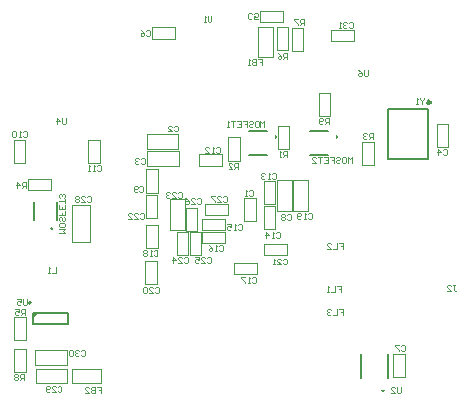
<source format=gbo>
G04*
G04 #@! TF.GenerationSoftware,Altium Limited,Altium Designer,19.1.1 (5)*
G04*
G04 Layer_Color=32896*
%FSLAX44Y44*%
%MOMM*%
G71*
G01*
G75*
%ADD10C,0.1524*%
%ADD14C,0.1000*%
%ADD23C,0.2000*%
%ADD25C,0.2540*%
%ADD73C,0.1200*%
D10*
X319192Y62721D02*
G03*
X320668Y62721I738J-189D01*
G01*
X280584Y276372D02*
G03*
X280584Y277848I189J738D01*
G01*
X38432Y199766D02*
G03*
X39908Y199766I738J-189D01*
G01*
X228814Y276322D02*
G03*
X228814Y277798I189J738D01*
G01*
X323950Y73509D02*
Y93151D01*
X300910Y73509D02*
Y93151D01*
X358217Y258948D02*
Y300698D01*
X324273Y258948D02*
X358217D01*
X324273D02*
Y300698D01*
X358217D01*
X258207Y262331D02*
X273193D01*
X258207Y281889D02*
X273193D01*
X24391Y207157D02*
Y222143D01*
X43949Y207157D02*
Y222143D01*
X206437Y262281D02*
X221423D01*
X206437Y281839D02*
X221423D01*
D14*
X44228Y65535D02*
X45061Y66368D01*
X46727D01*
X47560Y65535D01*
Y62203D01*
X46727Y61370D01*
X45061D01*
X44228Y62203D01*
X39229Y61370D02*
X42562D01*
X39229Y64702D01*
Y65535D01*
X40062Y66368D01*
X41729D01*
X42562Y65535D01*
X37563Y62203D02*
X36730Y61370D01*
X35064D01*
X34231Y62203D01*
Y65535D01*
X35064Y66368D01*
X36730D01*
X37563Y65535D01*
Y64702D01*
X36730Y63869D01*
X34231D01*
X17970Y140208D02*
Y136043D01*
X17137Y135210D01*
X15471D01*
X14638Y136043D01*
Y140208D01*
X9639D02*
X12972D01*
Y137709D01*
X11306Y138542D01*
X10472D01*
X9639Y137709D01*
Y136043D01*
X10472Y135210D01*
X12139D01*
X12972Y136043D01*
X42580Y167178D02*
Y162180D01*
X39248D01*
X37582D02*
X35916D01*
X36749D01*
Y167178D01*
X37582Y166345D01*
X51220Y293108D02*
Y288943D01*
X50387Y288110D01*
X48721D01*
X47888Y288943D01*
Y293108D01*
X43722Y288110D02*
Y293108D01*
X46222Y290609D01*
X42889D01*
X114838Y258275D02*
X115671Y259108D01*
X117337D01*
X118170Y258275D01*
Y254943D01*
X117337Y254110D01*
X115671D01*
X114838Y254943D01*
X113172Y258275D02*
X112339Y259108D01*
X110672D01*
X109839Y258275D01*
Y257442D01*
X110672Y256609D01*
X111505D01*
X110672D01*
X109839Y255776D01*
Y254943D01*
X110672Y254110D01*
X112339D01*
X113172Y254943D01*
X113608Y235045D02*
X114441Y235878D01*
X116107D01*
X116940Y235045D01*
Y231713D01*
X116107Y230880D01*
X114441D01*
X113608Y231713D01*
X111942D02*
X111109Y230880D01*
X109443D01*
X108609Y231713D01*
Y235045D01*
X109443Y235878D01*
X111109D01*
X111942Y235045D01*
Y234212D01*
X111109Y233379D01*
X108609D01*
X114018Y212225D02*
X114851Y213058D01*
X116517D01*
X117350Y212225D01*
Y208893D01*
X116517Y208060D01*
X114851D01*
X114018Y208893D01*
X109019Y208060D02*
X112352D01*
X109019Y211392D01*
Y212225D01*
X109853Y213058D01*
X111519D01*
X112352Y212225D01*
X104021Y208060D02*
X107353D01*
X104021Y211392D01*
Y212225D01*
X104854Y213058D01*
X106520D01*
X107353Y212225D01*
X125528Y180575D02*
X126361Y181408D01*
X128027D01*
X128860Y180575D01*
Y177243D01*
X128027Y176410D01*
X126361D01*
X125528Y177243D01*
X123862Y176410D02*
X122196D01*
X123029D01*
Y181408D01*
X123862Y180575D01*
X119696D02*
X118863Y181408D01*
X117197D01*
X116364Y180575D01*
Y179742D01*
X117197Y178909D01*
X116364Y178076D01*
Y177243D01*
X117197Y176410D01*
X118863D01*
X119696Y177243D01*
Y178076D01*
X118863Y178909D01*
X119696Y179742D01*
Y180575D01*
X118863Y178909D02*
X117197D01*
X126768Y149525D02*
X127601Y150358D01*
X129267D01*
X130100Y149525D01*
Y146193D01*
X129267Y145360D01*
X127601D01*
X126768Y146193D01*
X121769Y145360D02*
X125102D01*
X121769Y148692D01*
Y149525D01*
X122602Y150358D01*
X124269D01*
X125102Y149525D01*
X120103D02*
X119270Y150358D01*
X117604D01*
X116771Y149525D01*
Y146193D01*
X117604Y145360D01*
X119270D01*
X120103Y146193D01*
Y149525D01*
X196868Y202365D02*
X197701Y203198D01*
X199367D01*
X200200Y202365D01*
Y199033D01*
X199367Y198200D01*
X197701D01*
X196868Y199033D01*
X195202Y198200D02*
X193535D01*
X194369D01*
Y203198D01*
X195202Y202365D01*
X187704Y203198D02*
X191036D01*
Y200699D01*
X189370Y201532D01*
X188537D01*
X187704Y200699D01*
Y199033D01*
X188537Y198200D01*
X190203D01*
X191036Y199033D01*
X162118Y224355D02*
X162951Y225188D01*
X164617D01*
X165450Y224355D01*
Y221023D01*
X164617Y220190D01*
X162951D01*
X162118Y221023D01*
X157119Y220190D02*
X160452D01*
X157119Y223522D01*
Y224355D01*
X157952Y225188D01*
X159619D01*
X160452Y224355D01*
X152121Y225188D02*
X153787Y224355D01*
X155453Y222689D01*
Y221023D01*
X154620Y220190D01*
X152954D01*
X152121Y221023D01*
Y221856D01*
X152954Y222689D01*
X155453D01*
X146088Y230115D02*
X146921Y230948D01*
X148587D01*
X149420Y230115D01*
Y226783D01*
X148587Y225950D01*
X146921D01*
X146088Y226783D01*
X141089Y225950D02*
X144422D01*
X141089Y229282D01*
Y230115D01*
X141922Y230948D01*
X143589D01*
X144422Y230115D01*
X139423D02*
X138590Y230948D01*
X136924D01*
X136091Y230115D01*
Y229282D01*
X136924Y228449D01*
X137757D01*
X136924D01*
X136091Y227616D01*
Y226783D01*
X136924Y225950D01*
X138590D01*
X139423Y226783D01*
X151228Y174405D02*
X152061Y175238D01*
X153727D01*
X154560Y174405D01*
Y171073D01*
X153727Y170240D01*
X152061D01*
X151228Y171073D01*
X146229Y170240D02*
X149562D01*
X146229Y173572D01*
Y174405D01*
X147062Y175238D01*
X148729D01*
X149562Y174405D01*
X142064Y170240D02*
Y175238D01*
X144563Y172739D01*
X141231D01*
X170548Y174405D02*
X171381Y175238D01*
X173047D01*
X173880Y174405D01*
Y171073D01*
X173047Y170240D01*
X171381D01*
X170548Y171073D01*
X165549Y170240D02*
X168882D01*
X165549Y173572D01*
Y174405D01*
X166382Y175238D01*
X168049D01*
X168882Y174405D01*
X160551Y175238D02*
X163883D01*
Y172739D01*
X162217Y173572D01*
X161384D01*
X160551Y172739D01*
Y171073D01*
X161384Y170240D01*
X163050D01*
X163883Y171073D01*
X181238Y184885D02*
X182071Y185718D01*
X183737D01*
X184570Y184885D01*
Y181553D01*
X183737Y180720D01*
X182071D01*
X181238Y181553D01*
X179572Y180720D02*
X177906D01*
X178739D01*
Y185718D01*
X179572Y184885D01*
X172074Y185718D02*
X173740Y184885D01*
X175406Y183219D01*
Y181553D01*
X174573Y180720D01*
X172907D01*
X172074Y181553D01*
Y182386D01*
X172907Y183219D01*
X175406D01*
X184528Y226615D02*
X185361Y227448D01*
X187027D01*
X187860Y226615D01*
Y223283D01*
X187027Y222450D01*
X185361D01*
X184528Y223283D01*
X179529Y222450D02*
X182862D01*
X179529Y225782D01*
Y226615D01*
X180362Y227448D01*
X182029D01*
X182862Y226615D01*
X177863Y227448D02*
X174531D01*
Y226615D01*
X177863Y223283D01*
Y222450D01*
X178158Y268145D02*
X178991Y268978D01*
X180657D01*
X181490Y268145D01*
Y264813D01*
X180657Y263980D01*
X178991D01*
X178158Y264813D01*
X176492Y263980D02*
X174825D01*
X175659D01*
Y268978D01*
X176492Y268145D01*
X168994Y263980D02*
X172326D01*
X168994Y267312D01*
Y268145D01*
X169827Y268978D01*
X171493D01*
X172326Y268145D01*
X142798Y286035D02*
X143631Y286868D01*
X145297D01*
X146130Y286035D01*
Y282703D01*
X145297Y281870D01*
X143631D01*
X142798Y282703D01*
X137799Y281870D02*
X141132D01*
X137799Y285202D01*
Y286035D01*
X138632Y286868D01*
X140299D01*
X141132Y286035D01*
X334818Y99975D02*
X335651Y100808D01*
X337317D01*
X338150Y99975D01*
Y96643D01*
X337317Y95810D01*
X335651D01*
X334818Y96643D01*
X333152Y100808D02*
X329819D01*
Y99975D01*
X333152Y96643D01*
Y95810D01*
X335210Y65748D02*
Y61583D01*
X334377Y60750D01*
X332711D01*
X331878Y61583D01*
Y65748D01*
X326879Y60750D02*
X330212D01*
X326879Y64082D01*
Y64915D01*
X327713Y65748D01*
X329379D01*
X330212Y64915D01*
X282518Y187768D02*
X285850D01*
Y185269D01*
X284184D01*
X285850D01*
Y182770D01*
X280852Y187768D02*
Y182770D01*
X277519D01*
X272521D02*
X275853D01*
X272521Y186102D01*
Y186935D01*
X273354Y187768D01*
X275020D01*
X275853Y186935D01*
X208678Y157555D02*
X209511Y158388D01*
X211177D01*
X212010Y157555D01*
Y154223D01*
X211177Y153390D01*
X209511D01*
X208678Y154223D01*
X207012Y153390D02*
X205345D01*
X206179D01*
Y158388D01*
X207012Y157555D01*
X202846Y158388D02*
X199514D01*
Y157555D01*
X202846Y154223D01*
Y153390D01*
X206518Y231595D02*
X207351Y232428D01*
X209017D01*
X209850Y231595D01*
Y228263D01*
X209017Y227430D01*
X207351D01*
X206518Y228263D01*
X204852Y227430D02*
X203186D01*
X204019D01*
Y232428D01*
X204852Y231595D01*
X235318Y173415D02*
X236151Y174248D01*
X237817D01*
X238650Y173415D01*
Y170083D01*
X237817Y169250D01*
X236151D01*
X235318Y170083D01*
X230319Y169250D02*
X233652D01*
X230319Y172582D01*
Y173415D01*
X231152Y174248D01*
X232819D01*
X233652Y173415D01*
X228653Y169250D02*
X226987D01*
X227820D01*
Y174248D01*
X228653Y173415D01*
X225718Y246085D02*
X226551Y246918D01*
X228217D01*
X229050Y246085D01*
Y242753D01*
X228217Y241920D01*
X226551D01*
X225718Y242753D01*
X224052Y241920D02*
X222386D01*
X223219D01*
Y246918D01*
X224052Y246085D01*
X219886D02*
X219053Y246918D01*
X217387D01*
X216554Y246085D01*
Y245252D01*
X217387Y244419D01*
X218220D01*
X217387D01*
X216554Y243586D01*
Y242753D01*
X217387Y241920D01*
X219053D01*
X219886Y242753D01*
X238838Y211225D02*
X239671Y212058D01*
X241337D01*
X242170Y211225D01*
Y207893D01*
X241337Y207060D01*
X239671D01*
X238838Y207893D01*
X237172Y211225D02*
X236339Y212058D01*
X234673D01*
X233839Y211225D01*
Y210392D01*
X234673Y209559D01*
X233839Y208726D01*
Y207893D01*
X234673Y207060D01*
X236339D01*
X237172Y207893D01*
Y208726D01*
X236339Y209559D01*
X237172Y210392D01*
Y211225D01*
X236339Y209559D02*
X234673D01*
X256468Y211805D02*
X257301Y212638D01*
X258967D01*
X259800Y211805D01*
Y208473D01*
X258967Y207640D01*
X257301D01*
X256468Y208473D01*
X254802Y207640D02*
X253136D01*
X253969D01*
Y212638D01*
X254802Y211805D01*
X250636Y208473D02*
X249803Y207640D01*
X248137D01*
X247304Y208473D01*
Y211805D01*
X248137Y212638D01*
X249803D01*
X250636Y211805D01*
Y210972D01*
X249803Y210139D01*
X247304D01*
X197320Y250340D02*
Y255338D01*
X194821D01*
X193988Y254505D01*
Y252839D01*
X194821Y252006D01*
X197320D01*
X195654D02*
X193988Y250340D01*
X188989D02*
X192322D01*
X188989Y253672D01*
Y254505D01*
X189823Y255338D01*
X191489D01*
X192322Y254505D01*
X174550Y379258D02*
Y375093D01*
X173717Y374260D01*
X172051D01*
X171218Y375093D01*
Y379258D01*
X169552Y374260D02*
X167885D01*
X168719D01*
Y379258D01*
X169552Y378425D01*
X252690Y371850D02*
Y376848D01*
X250191D01*
X249358Y376015D01*
Y374349D01*
X250191Y373516D01*
X252690D01*
X251024D02*
X249358Y371850D01*
X247692Y376848D02*
X244359D01*
Y376015D01*
X247692Y372683D01*
Y371850D01*
X311530Y275300D02*
Y280298D01*
X309031D01*
X308198Y279465D01*
Y277799D01*
X309031Y276966D01*
X311530D01*
X309864D02*
X308198Y275300D01*
X306532Y279465D02*
X305699Y280298D01*
X304032D01*
X303199Y279465D01*
Y278632D01*
X304032Y277799D01*
X304865D01*
X304032D01*
X303199Y276966D01*
Y276133D01*
X304032Y275300D01*
X305699D01*
X306532Y276133D01*
X354520Y310168D02*
Y309335D01*
X352854Y307669D01*
X351188Y309335D01*
Y310168D01*
X352854Y307669D02*
Y305170D01*
X349522D02*
X347855D01*
X348689D01*
Y310168D01*
X349522Y309335D01*
X370798Y266345D02*
X371631Y267178D01*
X373297D01*
X374130Y266345D01*
Y263013D01*
X373297Y262180D01*
X371631D01*
X370798Y263013D01*
X366632Y262180D02*
Y267178D01*
X369132Y264679D01*
X365799D01*
X379078Y151928D02*
X380744D01*
X379911D01*
Y147763D01*
X380744Y146930D01*
X381577D01*
X382410Y147763D01*
X374079Y146930D02*
X377412D01*
X374079Y150262D01*
Y151095D01*
X374912Y151928D01*
X376579D01*
X377412Y151095D01*
X307000Y333858D02*
Y329693D01*
X306167Y328860D01*
X304501D01*
X303668Y329693D01*
Y333858D01*
X298669D02*
X300336Y333025D01*
X302002Y331359D01*
Y329693D01*
X301169Y328860D01*
X299502D01*
X298669Y329693D01*
Y330526D01*
X299502Y331359D01*
X302002D01*
X274290Y288140D02*
Y293138D01*
X271791D01*
X270958Y292305D01*
Y290639D01*
X271791Y289806D01*
X274290D01*
X272624D02*
X270958Y288140D01*
X269292Y288973D02*
X268459Y288140D01*
X266793D01*
X265959Y288973D01*
Y292305D01*
X266793Y293138D01*
X268459D01*
X269292Y292305D01*
Y291472D01*
X268459Y290639D01*
X265959D01*
X15610Y71850D02*
Y76848D01*
X13111D01*
X12278Y76015D01*
Y74349D01*
X13111Y73516D01*
X15610D01*
X13944D02*
X12278Y71850D01*
X10612Y76015D02*
X9779Y76848D01*
X8112D01*
X7279Y76015D01*
Y75182D01*
X8112Y74349D01*
X7279Y73516D01*
Y72683D01*
X8112Y71850D01*
X9779D01*
X10612Y72683D01*
Y73516D01*
X9779Y74349D01*
X10612Y75182D01*
Y76015D01*
X9779Y74349D02*
X8112D01*
X238820Y343490D02*
Y348488D01*
X236321D01*
X235488Y347655D01*
Y345989D01*
X236321Y345156D01*
X238820D01*
X237154D02*
X235488Y343490D01*
X230489Y348488D02*
X232155Y347655D01*
X233822Y345989D01*
Y344323D01*
X232989Y343490D01*
X231322D01*
X230489Y344323D01*
Y345156D01*
X231322Y345989D01*
X233822D01*
X16400Y126830D02*
Y131828D01*
X13901D01*
X13068Y130995D01*
Y129329D01*
X13901Y128496D01*
X16400D01*
X14734D02*
X13068Y126830D01*
X8069Y131828D02*
X11402D01*
Y129329D01*
X9736Y130162D01*
X8902D01*
X8069Y129329D01*
Y127663D01*
X8902Y126830D01*
X10569D01*
X11402Y127663D01*
X17300Y234360D02*
Y239358D01*
X14801D01*
X13968Y238525D01*
Y236859D01*
X14801Y236026D01*
X17300D01*
X15634D02*
X13968Y234360D01*
X9802D02*
Y239358D01*
X12302Y236859D01*
X8969D01*
X238840Y260330D02*
Y265328D01*
X236341D01*
X235508Y264495D01*
Y262829D01*
X236341Y261996D01*
X238840D01*
X237174D02*
X235508Y260330D01*
X233842D02*
X232176D01*
X233009D01*
Y265328D01*
X233842Y264495D01*
X45720Y195950D02*
X50718D01*
X49052Y197616D01*
X50718Y199282D01*
X45720D01*
X50718Y203447D02*
Y201781D01*
X49885Y200948D01*
X46553D01*
X45720Y201781D01*
Y203447D01*
X46553Y204281D01*
X49885D01*
X50718Y203447D01*
X49885Y209279D02*
X50718Y208446D01*
Y206780D01*
X49885Y205947D01*
X49052D01*
X48219Y206780D01*
Y208446D01*
X47386Y209279D01*
X46553D01*
X45720Y208446D01*
Y206780D01*
X46553Y205947D01*
X50718Y214277D02*
Y210945D01*
X48219D01*
Y212611D01*
Y210945D01*
X45720D01*
X50718Y219276D02*
Y215944D01*
X45720D01*
Y219276D01*
X48219Y215944D02*
Y217610D01*
X50718Y220942D02*
Y224274D01*
Y222608D01*
X45720D01*
X49885Y225940D02*
X50718Y226773D01*
Y228439D01*
X49885Y229272D01*
X49052D01*
X48219Y228439D01*
Y227606D01*
Y228439D01*
X47386Y229272D01*
X46553D01*
X45720Y228439D01*
Y226773D01*
X46553Y225940D01*
X293290Y255040D02*
Y260038D01*
X291624Y258372D01*
X289958Y260038D01*
Y255040D01*
X285792Y260038D02*
X287459D01*
X288292Y259205D01*
Y255873D01*
X287459Y255040D01*
X285792D01*
X284959Y255873D01*
Y259205D01*
X285792Y260038D01*
X279961Y259205D02*
X280794Y260038D01*
X282460D01*
X283293Y259205D01*
Y258372D01*
X282460Y257539D01*
X280794D01*
X279961Y256706D01*
Y255873D01*
X280794Y255040D01*
X282460D01*
X283293Y255873D01*
X274963Y260038D02*
X278295D01*
Y257539D01*
X276629D01*
X278295D01*
Y255040D01*
X269964Y260038D02*
X273297D01*
Y255040D01*
X269964D01*
X273297Y257539D02*
X271630D01*
X268298Y260038D02*
X264966D01*
X266632D01*
Y255040D01*
X259968D02*
X263300D01*
X259968Y258372D01*
Y259205D01*
X260801Y260038D01*
X262467D01*
X263300Y259205D01*
X219391Y285690D02*
Y290688D01*
X217725Y289022D01*
X216059Y290688D01*
Y285690D01*
X211893Y290688D02*
X213559D01*
X214393Y289855D01*
Y286523D01*
X213559Y285690D01*
X211893D01*
X211060Y286523D01*
Y289855D01*
X211893Y290688D01*
X206062Y289855D02*
X206895Y290688D01*
X208561D01*
X209394Y289855D01*
Y289022D01*
X208561Y288189D01*
X206895D01*
X206062Y287356D01*
Y286523D01*
X206895Y285690D01*
X208561D01*
X209394Y286523D01*
X201064Y290688D02*
X204396D01*
Y288189D01*
X202730D01*
X204396D01*
Y285690D01*
X196065Y290688D02*
X199398D01*
Y285690D01*
X196065D01*
X199398Y288189D02*
X197731D01*
X194399Y290688D02*
X191067D01*
X192733D01*
Y285690D01*
X189401D02*
X187735D01*
X188568D01*
Y290688D01*
X189401Y289855D01*
X282518Y131558D02*
X285850D01*
Y129059D01*
X284184D01*
X285850D01*
Y126560D01*
X280852Y131558D02*
Y126560D01*
X277519D01*
X275853Y130725D02*
X275020Y131558D01*
X273354D01*
X272521Y130725D01*
Y129892D01*
X273354Y129059D01*
X274187D01*
X273354D01*
X272521Y128226D01*
Y127393D01*
X273354Y126560D01*
X275020D01*
X275853Y127393D01*
X280948Y150948D02*
X284280D01*
Y148449D01*
X282614D01*
X284280D01*
Y145950D01*
X279282Y150948D02*
Y145950D01*
X275949D01*
X274283D02*
X272617D01*
X273450D01*
Y150948D01*
X274283Y150115D01*
X77478Y65588D02*
X80810D01*
Y63089D01*
X79144D01*
X80810D01*
Y60590D01*
X75812Y65588D02*
Y60590D01*
X73313D01*
X72479Y61423D01*
Y62256D01*
X73313Y63089D01*
X75812D01*
X73313D01*
X72479Y63922D01*
Y64755D01*
X73313Y65588D01*
X75812D01*
X67481Y60590D02*
X70813D01*
X67481Y63922D01*
Y64755D01*
X68314Y65588D01*
X69980D01*
X70813Y64755D01*
X214208Y343358D02*
X217540D01*
Y340859D01*
X215874D01*
X217540D01*
Y338360D01*
X212542Y343358D02*
Y338360D01*
X210042D01*
X209209Y339193D01*
Y340026D01*
X210042Y340859D01*
X212542D01*
X210042D01*
X209209Y341692D01*
Y342525D01*
X210042Y343358D01*
X212542D01*
X207543Y338360D02*
X205877D01*
X206710D01*
Y343358D01*
X207543Y342525D01*
X290998Y373755D02*
X291831Y374588D01*
X293497D01*
X294330Y373755D01*
Y370423D01*
X293497Y369590D01*
X291831D01*
X290998Y370423D01*
X289332Y373755D02*
X288499Y374588D01*
X286832D01*
X285999Y373755D01*
Y372922D01*
X286832Y372089D01*
X287666D01*
X286832D01*
X285999Y371256D01*
Y370423D01*
X286832Y369590D01*
X288499D01*
X289332Y370423D01*
X284333Y369590D02*
X282667D01*
X283500D01*
Y374588D01*
X284333Y373755D01*
X64118Y95645D02*
X64951Y96478D01*
X66617D01*
X67450Y95645D01*
Y92313D01*
X66617Y91480D01*
X64951D01*
X64118Y92313D01*
X62452Y95645D02*
X61619Y96478D01*
X59953D01*
X59119Y95645D01*
Y94812D01*
X59953Y93979D01*
X60785D01*
X59953D01*
X59119Y93146D01*
Y92313D01*
X59953Y91480D01*
X61619D01*
X62452Y92313D01*
X57453Y95645D02*
X56620Y96478D01*
X54954D01*
X54121Y95645D01*
Y92313D01*
X54954Y91480D01*
X56620D01*
X57453Y92313D01*
Y95645D01*
X68838Y226035D02*
X69671Y226868D01*
X71337D01*
X72170Y226035D01*
Y222703D01*
X71337Y221870D01*
X69671D01*
X68838Y222703D01*
X63839Y221870D02*
X67172D01*
X63839Y225202D01*
Y226035D01*
X64672Y226868D01*
X66339D01*
X67172Y226035D01*
X62173D02*
X61340Y226868D01*
X59674D01*
X58841Y226035D01*
Y225202D01*
X59674Y224369D01*
X58841Y223536D01*
Y222703D01*
X59674Y221870D01*
X61340D01*
X62173Y222703D01*
Y223536D01*
X61340Y224369D01*
X62173Y225202D01*
Y226035D01*
X61340Y224369D02*
X59674D01*
X229068Y195885D02*
X229901Y196718D01*
X231567D01*
X232400Y195885D01*
Y192553D01*
X231567Y191719D01*
X229901D01*
X229068Y192553D01*
X227402Y191719D02*
X225735D01*
X226569D01*
Y196718D01*
X227402Y195885D01*
X220737Y191719D02*
Y196718D01*
X223236Y194219D01*
X219904D01*
X77478Y252485D02*
X78311Y253318D01*
X79977D01*
X80810Y252485D01*
Y249153D01*
X79977Y248320D01*
X78311D01*
X77478Y249153D01*
X75812Y248320D02*
X74145D01*
X74979D01*
Y253318D01*
X75812Y252485D01*
X71646Y248320D02*
X69980D01*
X70813D01*
Y253318D01*
X71646Y252485D01*
X14638Y281285D02*
X15471Y282118D01*
X17137D01*
X17970Y281285D01*
Y277953D01*
X17137Y277120D01*
X15471D01*
X14638Y277953D01*
X12972Y277120D02*
X11306D01*
X12139D01*
Y282118D01*
X12972Y281285D01*
X8806D02*
X7973Y282118D01*
X6307D01*
X5474Y281285D01*
Y277953D01*
X6307Y277120D01*
X7973D01*
X8806Y277953D01*
Y281285D01*
X119478Y367265D02*
X120311Y368098D01*
X121977D01*
X122810Y367265D01*
Y363933D01*
X121977Y363100D01*
X120311D01*
X119478Y363933D01*
X114479Y368098D02*
X116145Y367265D01*
X117812Y365599D01*
Y363933D01*
X116979Y363100D01*
X115312D01*
X114479Y363933D01*
Y364766D01*
X115312Y365599D01*
X117812D01*
X208652Y377905D02*
X207819Y377072D01*
X206153D01*
X205320Y377905D01*
Y381237D01*
X206153Y382070D01*
X207819D01*
X208652Y381237D01*
X213651Y377072D02*
X210318D01*
Y379571D01*
X211985Y378738D01*
X212818D01*
X213651Y379571D01*
Y381237D01*
X212818Y382070D01*
X211151D01*
X210318Y381237D01*
D23*
X21740Y136950D02*
G03*
X21740Y136950I-1000J0D01*
G01*
X23740Y125700D02*
Y126146D01*
X25794Y128200D01*
X23740Y118700D02*
Y128200D01*
X23754Y124712D02*
X27256Y128214D01*
X23740Y128200D02*
X52740D01*
X23740Y118700D02*
X52740D01*
Y128200D01*
D25*
X360096Y306410D02*
G03*
X360096Y306410I-1453J0D01*
G01*
D73*
X52341Y68660D02*
Y81160D01*
X25608Y68660D02*
X52341D01*
X25608D02*
Y81160D01*
X52341D01*
X146921Y252650D02*
Y265150D01*
X120188Y252650D02*
X146921D01*
X120188D02*
Y265150D01*
X146921D01*
X119168Y230182D02*
Y249684D01*
Y230182D02*
X128888D01*
Y249684D01*
X119168D02*
X128888D01*
X128842Y208216D02*
Y227718D01*
X119122D02*
X128842D01*
X119122Y208216D02*
Y227718D01*
Y208216D02*
X128842D01*
X119168Y182992D02*
Y202494D01*
Y182992D02*
X128888D01*
Y202494D01*
X119168D02*
X128888D01*
X128352Y152426D02*
Y171928D01*
X118632D02*
X128352D01*
X118632Y152426D02*
Y171928D01*
Y152426D02*
X128352D01*
X166616Y198128D02*
X186118D01*
Y207848D01*
X166616D02*
X186118D01*
X166616Y198128D02*
Y207848D01*
X162702Y197966D02*
Y217468D01*
X152982D02*
X162702D01*
X152982Y197966D02*
Y217468D01*
Y197966D02*
X162702D01*
X139260Y224771D02*
X151760D01*
Y198038D02*
Y224771D01*
X139260Y198038D02*
X151760D01*
X139260D02*
Y224771D01*
X145208Y177372D02*
Y196874D01*
Y177372D02*
X154928D01*
Y196874D01*
X145208D02*
X154928D01*
X156208Y177422D02*
Y196924D01*
Y177422D02*
X165928D01*
Y196924D01*
X156208D02*
X165928D01*
X166726Y187148D02*
X186228D01*
Y196868D01*
X166726D02*
X186228D01*
X166726Y187148D02*
Y196868D01*
X168846Y210948D02*
X188348D01*
Y220668D01*
X168846D02*
X188348D01*
X168846Y210948D02*
Y220668D01*
X163666Y252728D02*
X183168D01*
Y262448D01*
X163666D02*
X183168D01*
X163666Y252728D02*
Y262448D01*
X146501Y266810D02*
Y279310D01*
X119768Y266810D02*
X146501D01*
X119768D02*
Y279310D01*
X146501D01*
X338142Y73966D02*
Y93468D01*
X328422D02*
X338142D01*
X328422Y73966D02*
Y93468D01*
Y73966D02*
X338142D01*
X193526Y160768D02*
X213028D01*
Y170488D01*
X193526D02*
X213028D01*
X193526Y160768D02*
Y170488D01*
X211942Y206366D02*
Y225868D01*
X202222D02*
X211942D01*
X202222Y206366D02*
Y225868D01*
Y206366D02*
X211942D01*
X218662Y186692D02*
X238164D01*
X218662Y176972D02*
Y186692D01*
Y176972D02*
X238164D01*
Y186692D01*
X228672Y220656D02*
Y240158D01*
X218952D02*
X228672D01*
X218952Y220656D02*
Y240158D01*
Y220656D02*
X228672D01*
X230190Y241121D02*
X242690D01*
Y214388D02*
Y241121D01*
X230190Y214388D02*
X242690D01*
X230190D02*
Y241121D01*
X243860Y241171D02*
X256360D01*
Y214438D02*
Y241171D01*
X243860Y214438D02*
X256360D01*
X243860D02*
Y241171D01*
X188652Y257256D02*
X198372D01*
X188652D02*
Y276758D01*
X198372D01*
Y257256D02*
Y276758D01*
X242482Y350376D02*
X252202D01*
X242482D02*
Y369878D01*
X252202D01*
Y350376D02*
Y369878D01*
X312132Y253136D02*
Y272638D01*
X302412D02*
X312132D01*
X302412Y253136D02*
Y272638D01*
Y253136D02*
X312132D01*
X365442Y268946D02*
X375162D01*
X365442D02*
Y288448D01*
X375162D01*
Y268946D02*
Y288448D01*
X294944Y358072D02*
Y367792D01*
X275442Y358072D02*
X294944D01*
X275442D02*
Y367792D01*
X294944D01*
X229892Y350486D02*
X239612D01*
X229892D02*
Y369988D01*
X239612D01*
Y350486D02*
Y369988D01*
X265548Y294892D02*
Y314394D01*
Y294892D02*
X275268D01*
Y314394D01*
X265548D02*
X275268D01*
X18976Y232048D02*
Y241768D01*
X38478D01*
Y232048D02*
Y241768D01*
X18976Y232048D02*
X38478D01*
X230518Y286744D02*
X240238D01*
Y267242D02*
Y286744D01*
X230518Y267242D02*
X240238D01*
X230518D02*
Y286744D01*
X215372Y384252D02*
X234874D01*
X215372Y374532D02*
Y384252D01*
Y374532D02*
X234874D01*
Y384252D01*
X124496Y360568D02*
X143998D01*
Y370288D01*
X124496D02*
X143998D01*
X124496Y360568D02*
Y370288D01*
X226410Y345305D02*
Y370060D01*
X213910D02*
X226410D01*
X213910Y345305D02*
Y370060D01*
Y345305D02*
X226410D01*
X56100Y188290D02*
Y219290D01*
X72100D01*
X56100Y188290D02*
X72100D01*
Y219290D01*
X25498Y96860D02*
X52231D01*
X25498Y84360D02*
Y96860D01*
Y84360D02*
X52231D01*
Y96860D01*
X56190Y81020D02*
X80945D01*
X56190Y68520D02*
Y81020D01*
Y68520D02*
X80945D01*
Y81020D01*
X7572Y105666D02*
X17292D01*
X7572D02*
Y125168D01*
X17292D01*
Y105666D02*
Y125168D01*
X7442Y78456D02*
X17162D01*
X7442D02*
Y97958D01*
X17162D01*
Y78456D02*
Y97958D01*
X7288Y255022D02*
Y274524D01*
Y255022D02*
X17008D01*
Y274524D01*
X7288D02*
X17008D01*
X70278Y254832D02*
Y274334D01*
Y254832D02*
X79998D01*
Y274334D01*
X70278D02*
X79998D01*
X218658Y218894D02*
X228378D01*
Y199392D02*
Y218894D01*
X218658Y199392D02*
X228378D01*
X218658D02*
Y218894D01*
M02*

</source>
